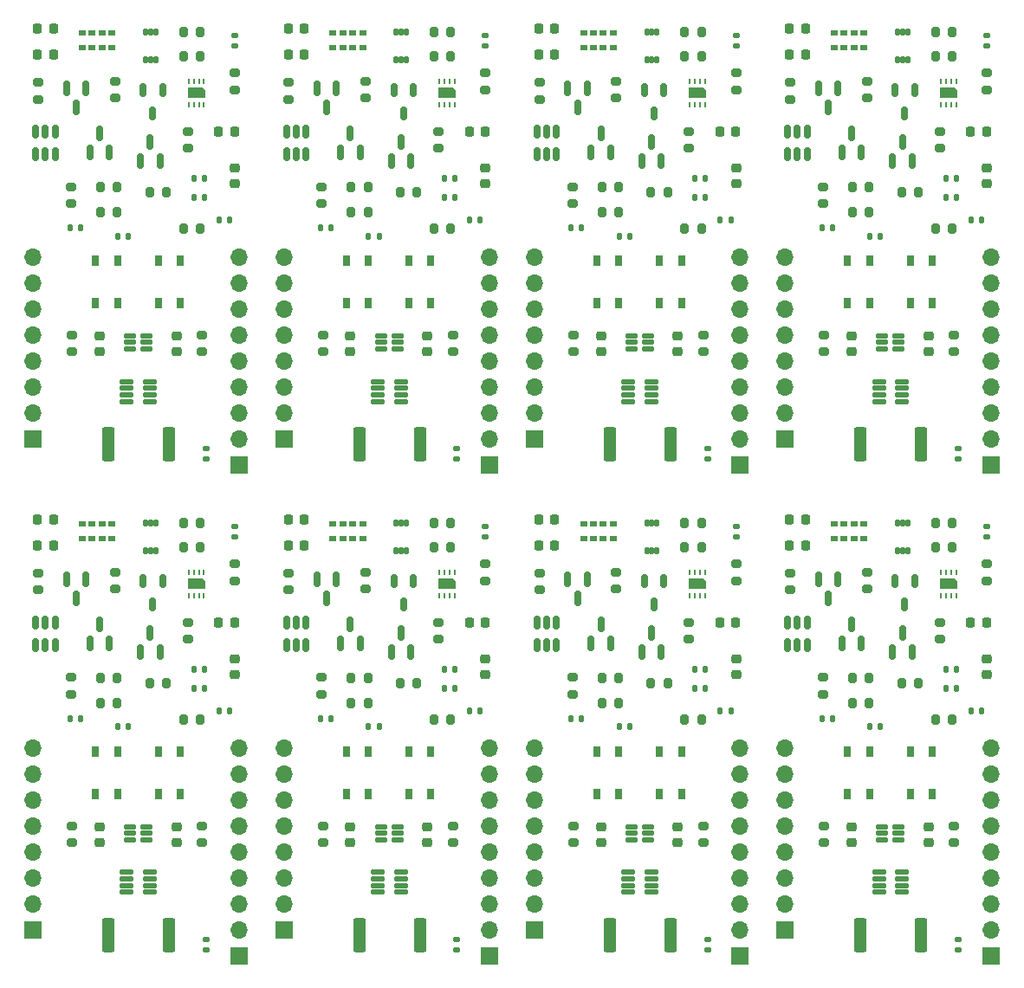
<source format=gts>
G04 #@! TF.GenerationSoftware,KiCad,Pcbnew,7.0.7*
G04 #@! TF.CreationDate,2024-02-29T14:06:03-05:00*
G04 #@! TF.ProjectId,panelized,70616e65-6c69-47a6-9564-2e6b69636164,rev?*
G04 #@! TF.SameCoordinates,Original*
G04 #@! TF.FileFunction,Soldermask,Top*
G04 #@! TF.FilePolarity,Negative*
%FSLAX46Y46*%
G04 Gerber Fmt 4.6, Leading zero omitted, Abs format (unit mm)*
G04 Created by KiCad (PCBNEW 7.0.7) date 2024-02-29 14:06:03*
%MOMM*%
%LPD*%
G01*
G04 APERTURE LIST*
G04 Aperture macros list*
%AMRoundRect*
0 Rectangle with rounded corners*
0 $1 Rounding radius*
0 $2 $3 $4 $5 $6 $7 $8 $9 X,Y pos of 4 corners*
0 Add a 4 corners polygon primitive as box body*
4,1,4,$2,$3,$4,$5,$6,$7,$8,$9,$2,$3,0*
0 Add four circle primitives for the rounded corners*
1,1,$1+$1,$2,$3*
1,1,$1+$1,$4,$5*
1,1,$1+$1,$6,$7*
1,1,$1+$1,$8,$9*
0 Add four rect primitives between the rounded corners*
20,1,$1+$1,$2,$3,$4,$5,0*
20,1,$1+$1,$4,$5,$6,$7,0*
20,1,$1+$1,$6,$7,$8,$9,0*
20,1,$1+$1,$8,$9,$2,$3,0*%
%AMFreePoly0*
4,1,6,0.500000,-0.850000,-0.500000,-0.850000,-0.500000,0.550000,-0.200000,0.850000,0.500000,0.850000,0.500000,-0.850000,0.500000,-0.850000,$1*%
G04 Aperture macros list end*
%ADD10RoundRect,0.200000X0.200000X0.275000X-0.200000X0.275000X-0.200000X-0.275000X0.200000X-0.275000X0*%
%ADD11RoundRect,0.135000X0.135000X0.185000X-0.135000X0.185000X-0.135000X-0.185000X0.135000X-0.185000X0*%
%ADD12R,1.700000X1.700000*%
%ADD13O,1.700000X1.700000*%
%ADD14RoundRect,0.200000X-0.275000X0.200000X-0.275000X-0.200000X0.275000X-0.200000X0.275000X0.200000X0*%
%ADD15RoundRect,0.225000X0.250000X-0.225000X0.250000X0.225000X-0.250000X0.225000X-0.250000X-0.225000X0*%
%ADD16R,0.650000X1.050000*%
%ADD17RoundRect,0.150000X0.150000X-0.512500X0.150000X0.512500X-0.150000X0.512500X-0.150000X-0.512500X0*%
%ADD18RoundRect,0.150000X-0.150000X0.512500X-0.150000X-0.512500X0.150000X-0.512500X0.150000X0.512500X0*%
%ADD19RoundRect,0.135000X-0.185000X0.135000X-0.185000X-0.135000X0.185000X-0.135000X0.185000X0.135000X0*%
%ADD20RoundRect,0.225000X0.225000X0.250000X-0.225000X0.250000X-0.225000X-0.250000X0.225000X-0.250000X0*%
%ADD21RoundRect,0.150000X0.150000X-0.587500X0.150000X0.587500X-0.150000X0.587500X-0.150000X-0.587500X0*%
%ADD22RoundRect,0.102000X0.495000X0.150000X-0.495000X0.150000X-0.495000X-0.150000X0.495000X-0.150000X0*%
%ADD23RoundRect,0.125000X0.537500X0.125000X-0.537500X0.125000X-0.537500X-0.125000X0.537500X-0.125000X0*%
%ADD24R,0.720000X0.600000*%
%ADD25RoundRect,0.200000X0.275000X-0.200000X0.275000X0.200000X-0.275000X0.200000X-0.275000X-0.200000X0*%
%ADD26RoundRect,0.102000X-0.125000X0.275000X-0.125000X-0.275000X0.125000X-0.275000X0.125000X0.275000X0*%
%ADD27RoundRect,0.135000X0.185000X-0.135000X0.185000X0.135000X-0.185000X0.135000X-0.185000X-0.135000X0*%
%ADD28RoundRect,0.150000X-0.150000X0.587500X-0.150000X-0.587500X0.150000X-0.587500X0.150000X0.587500X0*%
%ADD29RoundRect,0.225000X-0.250000X0.225000X-0.250000X-0.225000X0.250000X-0.225000X0.250000X0.225000X0*%
%ADD30RoundRect,0.200000X-0.200000X-0.275000X0.200000X-0.275000X0.200000X0.275000X-0.200000X0.275000X0*%
%ADD31RoundRect,0.250000X0.362500X1.425000X-0.362500X1.425000X-0.362500X-1.425000X0.362500X-1.425000X0*%
%ADD32R,0.250000X0.550000*%
%ADD33FreePoly0,270.000000*%
G04 APERTURE END LIST*
D10*
X118025000Y-24900000D03*
X116375000Y-24900000D03*
D11*
X191910000Y-36900000D03*
X190890000Y-36900000D03*
X169885000Y-88900000D03*
X168865000Y-88900000D03*
D12*
X195300000Y-112880000D03*
D13*
X195300000Y-110340000D03*
X195300000Y-107800000D03*
X195300000Y-105260000D03*
X195300000Y-102720000D03*
X195300000Y-100180000D03*
X195300000Y-97640000D03*
X195300000Y-95100000D03*
X195300000Y-92560000D03*
D14*
X130008250Y-100171500D03*
X130008250Y-101821500D03*
D15*
X157208250Y-101796500D03*
X157208250Y-100246500D03*
D16*
X113925000Y-97075000D03*
X113925000Y-92925000D03*
X116075000Y-97075000D03*
X116075000Y-92925000D03*
X107800000Y-97100000D03*
X107800000Y-92950000D03*
X109950000Y-97100000D03*
X109950000Y-92950000D03*
D14*
X126700000Y-75475000D03*
X126700000Y-77125000D03*
X118208250Y-100171500D03*
X118208250Y-101821500D03*
D17*
X150950000Y-34537500D03*
X151900000Y-34537500D03*
X152850000Y-34537500D03*
X152850000Y-32262500D03*
X151900000Y-32262500D03*
X150950000Y-32262500D03*
D18*
X163350000Y-28262500D03*
X161450000Y-28262500D03*
X162400000Y-30537500D03*
D19*
X192100000Y-63300000D03*
X192100000Y-64320000D03*
D16*
X187425000Y-97075000D03*
X187425000Y-92925000D03*
X189575000Y-97075000D03*
X189575000Y-92925000D03*
D20*
X128175000Y-72800000D03*
X126625000Y-72800000D03*
D15*
X189208250Y-53821500D03*
X189208250Y-52271500D03*
D20*
X128175000Y-22200000D03*
X126625000Y-22200000D03*
D14*
X167208250Y-52171500D03*
X167208250Y-53821500D03*
D11*
X135510000Y-90500000D03*
X134490000Y-90500000D03*
D21*
X136700000Y-35212500D03*
X138600000Y-35212500D03*
X137650000Y-33337500D03*
D11*
X145385000Y-88900000D03*
X144365000Y-88900000D03*
X142910000Y-86700000D03*
X141890000Y-86700000D03*
D10*
X191525000Y-72900000D03*
X189875000Y-72900000D03*
D11*
X179810000Y-41700000D03*
X178790000Y-41700000D03*
D12*
X170800000Y-112880000D03*
D13*
X170800000Y-110340000D03*
X170800000Y-107800000D03*
X170800000Y-105260000D03*
X170800000Y-102720000D03*
X170800000Y-100180000D03*
X170800000Y-97640000D03*
X170800000Y-95100000D03*
X170800000Y-92560000D03*
D22*
X186300000Y-101550000D03*
X186300000Y-100900000D03*
X186300000Y-100250000D03*
X184690000Y-100250000D03*
X184690000Y-100900000D03*
X184690000Y-101550000D03*
D10*
X142525000Y-70600000D03*
X140875000Y-70600000D03*
D21*
X161200000Y-35212500D03*
X163100000Y-35212500D03*
X162150000Y-33337500D03*
D23*
X186637500Y-106675000D03*
X186637500Y-106025000D03*
X186637500Y-105375000D03*
X186637500Y-104725000D03*
X184362500Y-104725000D03*
X184362500Y-105375000D03*
X184362500Y-106025000D03*
X184362500Y-106675000D03*
D24*
X179990000Y-70675000D03*
X180960000Y-70675000D03*
X181930000Y-70675000D03*
X182900000Y-70675000D03*
X182900000Y-72075000D03*
X181930000Y-72075000D03*
X180960000Y-72075000D03*
X179990000Y-72075000D03*
D16*
X138425000Y-49075000D03*
X138425000Y-44925000D03*
X140575000Y-49075000D03*
X140575000Y-44925000D03*
D17*
X126450000Y-34537500D03*
X127400000Y-34537500D03*
X128350000Y-34537500D03*
X128350000Y-32262500D03*
X127400000Y-32262500D03*
X126450000Y-32262500D03*
D14*
X142708250Y-100171500D03*
X142708250Y-101821500D03*
D25*
X165800000Y-81925000D03*
X165800000Y-80275000D03*
D21*
X161200000Y-83212500D03*
X163100000Y-83212500D03*
X162150000Y-81337500D03*
D14*
X130008250Y-52171500D03*
X130008250Y-53821500D03*
D10*
X163725000Y-38200000D03*
X162075000Y-38200000D03*
D25*
X141300000Y-33925000D03*
X141300000Y-32275000D03*
X121400000Y-76225000D03*
X121400000Y-74575000D03*
D26*
X113675000Y-70525000D03*
X113175000Y-70525000D03*
X112675000Y-70525000D03*
X112675000Y-73275000D03*
X113175000Y-73275000D03*
X113675000Y-73275000D03*
D20*
X152675000Y-24800000D03*
X151125000Y-24800000D03*
D11*
X167410000Y-84900000D03*
X166390000Y-84900000D03*
D18*
X187850000Y-76262500D03*
X185950000Y-76262500D03*
X186900000Y-78537500D03*
D14*
X109700000Y-75350000D03*
X109700000Y-77000000D03*
X179008250Y-52171500D03*
X179008250Y-53821500D03*
D20*
X194875000Y-80300000D03*
X193325000Y-80300000D03*
D25*
X178900000Y-39325000D03*
X178900000Y-37675000D03*
D22*
X161800000Y-53550000D03*
X161800000Y-52900000D03*
X161800000Y-52250000D03*
X160190000Y-52250000D03*
X160190000Y-52900000D03*
X160190000Y-53550000D03*
D27*
X194900000Y-23935000D03*
X194900000Y-22915000D03*
D14*
X183200000Y-27350000D03*
X183200000Y-29000000D03*
D19*
X192100000Y-111300000D03*
X192100000Y-112320000D03*
D25*
X105400000Y-87325000D03*
X105400000Y-85675000D03*
D28*
X106850000Y-28062500D03*
X104950000Y-28062500D03*
X105900000Y-29937500D03*
D25*
X178900000Y-87325000D03*
X178900000Y-85675000D03*
D11*
X194385000Y-40900000D03*
X193365000Y-40900000D03*
D23*
X186637500Y-58675000D03*
X186637500Y-58025000D03*
X186637500Y-57375000D03*
X186637500Y-56725000D03*
X184362500Y-56725000D03*
X184362500Y-57375000D03*
X184362500Y-58025000D03*
X184362500Y-58675000D03*
D25*
X154400000Y-39325000D03*
X154400000Y-37675000D03*
D22*
X137300000Y-101550000D03*
X137300000Y-100900000D03*
X137300000Y-100250000D03*
X135690000Y-100250000D03*
X135690000Y-100900000D03*
X135690000Y-101550000D03*
D10*
X134425000Y-40200000D03*
X132775000Y-40200000D03*
D11*
X118410000Y-84900000D03*
X117390000Y-84900000D03*
D15*
X115708250Y-53821500D03*
X115708250Y-52271500D03*
D20*
X170375000Y-32300000D03*
X168825000Y-32300000D03*
D23*
X162137500Y-58675000D03*
X162137500Y-58025000D03*
X162137500Y-57375000D03*
X162137500Y-56725000D03*
X159862500Y-56725000D03*
X159862500Y-57375000D03*
X159862500Y-58025000D03*
X159862500Y-58675000D03*
D20*
X121375000Y-80300000D03*
X119825000Y-80300000D03*
D12*
X150700000Y-110360000D03*
D13*
X150700000Y-107820000D03*
X150700000Y-105280000D03*
X150700000Y-102740000D03*
X150700000Y-100200000D03*
X150700000Y-97660000D03*
X150700000Y-95120000D03*
X150700000Y-92580000D03*
D14*
X175700000Y-27475000D03*
X175700000Y-29125000D03*
D20*
X128175000Y-70200000D03*
X126625000Y-70200000D03*
D10*
X167025000Y-70600000D03*
X165375000Y-70600000D03*
D28*
X155850000Y-28062500D03*
X153950000Y-28062500D03*
X154900000Y-29937500D03*
D16*
X187425000Y-49075000D03*
X187425000Y-44925000D03*
X189575000Y-49075000D03*
X189575000Y-44925000D03*
D10*
X109925000Y-37700000D03*
X108275000Y-37700000D03*
D21*
X180750000Y-34337500D03*
X182650000Y-34337500D03*
X181700000Y-32462500D03*
X131750000Y-82337500D03*
X133650000Y-82337500D03*
X132700000Y-80462500D03*
D20*
X177175000Y-70200000D03*
X175625000Y-70200000D03*
D29*
X194900000Y-35825000D03*
X194900000Y-37375000D03*
D20*
X177175000Y-72800000D03*
X175625000Y-72800000D03*
D12*
X126200000Y-62360000D03*
D13*
X126200000Y-59820000D03*
X126200000Y-57280000D03*
X126200000Y-54740000D03*
X126200000Y-52200000D03*
X126200000Y-49660000D03*
X126200000Y-47120000D03*
X126200000Y-44580000D03*
D30*
X189875000Y-89800000D03*
X191525000Y-89800000D03*
D26*
X138175000Y-22525000D03*
X137675000Y-22525000D03*
X137175000Y-22525000D03*
X137175000Y-25275000D03*
X137675000Y-25275000D03*
X138175000Y-25275000D03*
D20*
X194875000Y-32300000D03*
X193325000Y-32300000D03*
D19*
X167600000Y-111300000D03*
X167600000Y-112320000D03*
D27*
X194900000Y-71935000D03*
X194900000Y-70915000D03*
D31*
X164000000Y-110900000D03*
X158075000Y-110900000D03*
D30*
X140875000Y-41800000D03*
X142525000Y-41800000D03*
D19*
X143100000Y-63300000D03*
X143100000Y-64320000D03*
D15*
X181708250Y-101796500D03*
X181708250Y-100246500D03*
D11*
X160010000Y-42500000D03*
X158990000Y-42500000D03*
D19*
X143100000Y-111300000D03*
X143100000Y-112320000D03*
D12*
X126200000Y-110360000D03*
D13*
X126200000Y-107820000D03*
X126200000Y-105280000D03*
X126200000Y-102740000D03*
X126200000Y-100200000D03*
X126200000Y-97660000D03*
X126200000Y-95120000D03*
X126200000Y-92580000D03*
D25*
X194900000Y-28225000D03*
X194900000Y-26575000D03*
D11*
X118410000Y-38700000D03*
X117390000Y-38700000D03*
D12*
X195300000Y-64880000D03*
D13*
X195300000Y-62340000D03*
X195300000Y-59800000D03*
X195300000Y-57260000D03*
X195300000Y-54720000D03*
X195300000Y-52180000D03*
X195300000Y-49640000D03*
X195300000Y-47100000D03*
X195300000Y-44560000D03*
D23*
X113137500Y-58675000D03*
X113137500Y-58025000D03*
X113137500Y-57375000D03*
X113137500Y-56725000D03*
X110862500Y-56725000D03*
X110862500Y-57375000D03*
X110862500Y-58025000D03*
X110862500Y-58675000D03*
D31*
X115000000Y-110900000D03*
X109075000Y-110900000D03*
D14*
X109700000Y-27350000D03*
X109700000Y-29000000D03*
D30*
X165375000Y-41800000D03*
X167025000Y-41800000D03*
D20*
X121375000Y-32300000D03*
X119825000Y-32300000D03*
D27*
X170400000Y-23935000D03*
X170400000Y-22915000D03*
D11*
X145385000Y-40900000D03*
X144365000Y-40900000D03*
D15*
X164708250Y-53821500D03*
X164708250Y-52271500D03*
D20*
X152675000Y-70200000D03*
X151125000Y-70200000D03*
D11*
X135510000Y-42500000D03*
X134490000Y-42500000D03*
X111010000Y-42500000D03*
X109990000Y-42500000D03*
D20*
X177175000Y-24800000D03*
X175625000Y-24800000D03*
D11*
X120885000Y-88900000D03*
X119865000Y-88900000D03*
D25*
X194900000Y-76225000D03*
X194900000Y-74575000D03*
X141300000Y-81925000D03*
X141300000Y-80275000D03*
D16*
X156800000Y-97100000D03*
X156800000Y-92950000D03*
X158950000Y-97100000D03*
X158950000Y-92950000D03*
D26*
X162675000Y-22525000D03*
X162175000Y-22525000D03*
X161675000Y-22525000D03*
X161675000Y-25275000D03*
X162175000Y-25275000D03*
X162675000Y-25275000D03*
D24*
X130990000Y-70675000D03*
X131960000Y-70675000D03*
X132930000Y-70675000D03*
X133900000Y-70675000D03*
X133900000Y-72075000D03*
X132930000Y-72075000D03*
X131960000Y-72075000D03*
X130990000Y-72075000D03*
D23*
X137637500Y-106675000D03*
X137637500Y-106025000D03*
X137637500Y-105375000D03*
X137637500Y-104725000D03*
X135362500Y-104725000D03*
X135362500Y-105375000D03*
X135362500Y-106025000D03*
X135362500Y-106675000D03*
D21*
X112200000Y-83212500D03*
X114100000Y-83212500D03*
X113150000Y-81337500D03*
D32*
X118400000Y-75350000D03*
X117900000Y-75350000D03*
X117400000Y-75350000D03*
X116900000Y-75350000D03*
X116900000Y-77700000D03*
X117400000Y-77700000D03*
X117900000Y-77700000D03*
X118400000Y-77700000D03*
D33*
X117650000Y-76525000D03*
D11*
X118410000Y-86700000D03*
X117390000Y-86700000D03*
D10*
X134425000Y-85700000D03*
X132775000Y-85700000D03*
D14*
X151200000Y-27475000D03*
X151200000Y-29125000D03*
D11*
X106310000Y-89700000D03*
X105290000Y-89700000D03*
D10*
X158925000Y-85700000D03*
X157275000Y-85700000D03*
D32*
X191900000Y-27350000D03*
X191400000Y-27350000D03*
X190900000Y-27350000D03*
X190400000Y-27350000D03*
X190400000Y-29700000D03*
X190900000Y-29700000D03*
X191400000Y-29700000D03*
X191900000Y-29700000D03*
D33*
X191150000Y-28525000D03*
D25*
X145900000Y-28225000D03*
X145900000Y-26575000D03*
D28*
X131350000Y-28062500D03*
X129450000Y-28062500D03*
X130400000Y-29937500D03*
D26*
X187175000Y-22525000D03*
X186675000Y-22525000D03*
X186175000Y-22525000D03*
X186175000Y-25275000D03*
X186675000Y-25275000D03*
X187175000Y-25275000D03*
D11*
X191910000Y-84900000D03*
X190890000Y-84900000D03*
D29*
X194900000Y-83825000D03*
X194900000Y-85375000D03*
D11*
X155310000Y-41700000D03*
X154290000Y-41700000D03*
D20*
X177175000Y-22200000D03*
X175625000Y-22200000D03*
D12*
X175200000Y-110360000D03*
D13*
X175200000Y-107820000D03*
X175200000Y-105280000D03*
X175200000Y-102740000D03*
X175200000Y-100200000D03*
X175200000Y-97660000D03*
X175200000Y-95120000D03*
X175200000Y-92580000D03*
D19*
X118600000Y-111300000D03*
X118600000Y-112320000D03*
D28*
X155850000Y-76062500D03*
X153950000Y-76062500D03*
X154900000Y-77937500D03*
D21*
X180750000Y-82337500D03*
X182650000Y-82337500D03*
X181700000Y-80462500D03*
D16*
X181300000Y-97100000D03*
X181300000Y-92950000D03*
X183450000Y-97100000D03*
X183450000Y-92950000D03*
D14*
X179008250Y-100171500D03*
X179008250Y-101821500D03*
X105508250Y-100171500D03*
X105508250Y-101821500D03*
D32*
X191900000Y-75350000D03*
X191400000Y-75350000D03*
X190900000Y-75350000D03*
X190400000Y-75350000D03*
X190400000Y-77700000D03*
X190900000Y-77700000D03*
X191400000Y-77700000D03*
X191900000Y-77700000D03*
D33*
X191150000Y-76525000D03*
D10*
X158925000Y-40200000D03*
X157275000Y-40200000D03*
D14*
X154508250Y-100171500D03*
X154508250Y-101821500D03*
D25*
X154400000Y-87325000D03*
X154400000Y-85675000D03*
D12*
X101700000Y-62360000D03*
D13*
X101700000Y-59820000D03*
X101700000Y-57280000D03*
X101700000Y-54740000D03*
X101700000Y-52200000D03*
X101700000Y-49660000D03*
X101700000Y-47120000D03*
X101700000Y-44580000D03*
D20*
X170375000Y-80300000D03*
X168825000Y-80300000D03*
D14*
X102200000Y-75475000D03*
X102200000Y-77125000D03*
D11*
X191910000Y-38700000D03*
X190890000Y-38700000D03*
D24*
X155490000Y-22675000D03*
X156460000Y-22675000D03*
X157430000Y-22675000D03*
X158400000Y-22675000D03*
X158400000Y-24075000D03*
X157430000Y-24075000D03*
X156460000Y-24075000D03*
X155490000Y-24075000D03*
D32*
X118400000Y-27350000D03*
X117900000Y-27350000D03*
X117400000Y-27350000D03*
X116900000Y-27350000D03*
X116900000Y-29700000D03*
X117400000Y-29700000D03*
X117900000Y-29700000D03*
X118400000Y-29700000D03*
D33*
X117650000Y-28525000D03*
D16*
X181300000Y-49100000D03*
X181300000Y-44950000D03*
X183450000Y-49100000D03*
X183450000Y-44950000D03*
D32*
X142900000Y-27350000D03*
X142400000Y-27350000D03*
X141900000Y-27350000D03*
X141400000Y-27350000D03*
X141400000Y-29700000D03*
X141900000Y-29700000D03*
X142400000Y-29700000D03*
X142900000Y-29700000D03*
D33*
X142150000Y-28525000D03*
D16*
X132300000Y-49100000D03*
X132300000Y-44950000D03*
X134450000Y-49100000D03*
X134450000Y-44950000D03*
D14*
X126700000Y-27475000D03*
X126700000Y-29125000D03*
D20*
X103675000Y-24800000D03*
X102125000Y-24800000D03*
D17*
X150950000Y-82537500D03*
X151900000Y-82537500D03*
X152850000Y-82537500D03*
X152850000Y-80262500D03*
X151900000Y-80262500D03*
X150950000Y-80262500D03*
D29*
X121400000Y-83825000D03*
X121400000Y-85375000D03*
D11*
X191910000Y-86700000D03*
X190890000Y-86700000D03*
D14*
X175700000Y-75475000D03*
X175700000Y-77125000D03*
D10*
X183425000Y-88200000D03*
X181775000Y-88200000D03*
D29*
X170400000Y-35825000D03*
X170400000Y-37375000D03*
D17*
X101950000Y-82537500D03*
X102900000Y-82537500D03*
X103850000Y-82537500D03*
X103850000Y-80262500D03*
X102900000Y-80262500D03*
X101950000Y-80262500D03*
D22*
X137300000Y-53550000D03*
X137300000Y-52900000D03*
X137300000Y-52250000D03*
X135690000Y-52250000D03*
X135690000Y-52900000D03*
X135690000Y-53550000D03*
D14*
X151200000Y-75475000D03*
X151200000Y-77125000D03*
D32*
X142900000Y-75350000D03*
X142400000Y-75350000D03*
X141900000Y-75350000D03*
X141400000Y-75350000D03*
X141400000Y-77700000D03*
X141900000Y-77700000D03*
X142400000Y-77700000D03*
X142900000Y-77700000D03*
D33*
X142150000Y-76525000D03*
D11*
X167410000Y-86700000D03*
X166390000Y-86700000D03*
D15*
X140208250Y-53821500D03*
X140208250Y-52271500D03*
D10*
X118025000Y-70600000D03*
X116375000Y-70600000D03*
D24*
X179990000Y-22675000D03*
X180960000Y-22675000D03*
X181930000Y-22675000D03*
X182900000Y-22675000D03*
X182900000Y-24075000D03*
X181930000Y-24075000D03*
X180960000Y-24075000D03*
X179990000Y-24075000D03*
D16*
X156800000Y-49100000D03*
X156800000Y-44950000D03*
X158950000Y-49100000D03*
X158950000Y-44950000D03*
X113925000Y-49075000D03*
X113925000Y-44925000D03*
X116075000Y-49075000D03*
X116075000Y-44925000D03*
D11*
X118410000Y-36900000D03*
X117390000Y-36900000D03*
D25*
X170400000Y-76225000D03*
X170400000Y-74575000D03*
D11*
X184510000Y-42500000D03*
X183490000Y-42500000D03*
D21*
X156250000Y-34337500D03*
X158150000Y-34337500D03*
X157200000Y-32462500D03*
D26*
X138175000Y-70525000D03*
X137675000Y-70525000D03*
X137175000Y-70525000D03*
X137175000Y-73275000D03*
X137675000Y-73275000D03*
X138175000Y-73275000D03*
D14*
X191708250Y-52171500D03*
X191708250Y-53821500D03*
D17*
X175450000Y-82537500D03*
X176400000Y-82537500D03*
X177350000Y-82537500D03*
X177350000Y-80262500D03*
X176400000Y-80262500D03*
X175450000Y-80262500D03*
D32*
X167400000Y-27350000D03*
X166900000Y-27350000D03*
X166400000Y-27350000D03*
X165900000Y-27350000D03*
X165900000Y-29700000D03*
X166400000Y-29700000D03*
X166900000Y-29700000D03*
X167400000Y-29700000D03*
D33*
X166650000Y-28525000D03*
D10*
X118025000Y-22600000D03*
X116375000Y-22600000D03*
D14*
X158700000Y-75350000D03*
X158700000Y-77000000D03*
D23*
X162137500Y-106675000D03*
X162137500Y-106025000D03*
X162137500Y-105375000D03*
X162137500Y-104725000D03*
X159862500Y-104725000D03*
X159862500Y-105375000D03*
X159862500Y-106025000D03*
X159862500Y-106675000D03*
D21*
X107250000Y-34337500D03*
X109150000Y-34337500D03*
X108200000Y-32462500D03*
D31*
X139500000Y-62900000D03*
X133575000Y-62900000D03*
D12*
X121800000Y-112880000D03*
D13*
X121800000Y-110340000D03*
X121800000Y-107800000D03*
X121800000Y-105260000D03*
X121800000Y-102720000D03*
X121800000Y-100180000D03*
X121800000Y-97640000D03*
X121800000Y-95100000D03*
X121800000Y-92560000D03*
D10*
X158925000Y-37700000D03*
X157275000Y-37700000D03*
X183425000Y-37700000D03*
X181775000Y-37700000D03*
D26*
X162675000Y-70525000D03*
X162175000Y-70525000D03*
X161675000Y-70525000D03*
X161675000Y-73275000D03*
X162175000Y-73275000D03*
X162675000Y-73275000D03*
D17*
X101950000Y-34537500D03*
X102900000Y-34537500D03*
X103850000Y-34537500D03*
X103850000Y-32262500D03*
X102900000Y-32262500D03*
X101950000Y-32262500D03*
D30*
X140875000Y-89800000D03*
X142525000Y-89800000D03*
D14*
X167208250Y-100171500D03*
X167208250Y-101821500D03*
D16*
X107800000Y-49100000D03*
X107800000Y-44950000D03*
X109950000Y-49100000D03*
X109950000Y-44950000D03*
D23*
X137637500Y-58675000D03*
X137637500Y-58025000D03*
X137637500Y-57375000D03*
X137637500Y-56725000D03*
X135362500Y-56725000D03*
X135362500Y-57375000D03*
X135362500Y-58025000D03*
X135362500Y-58675000D03*
D10*
X158925000Y-88200000D03*
X157275000Y-88200000D03*
D19*
X167600000Y-63300000D03*
X167600000Y-64320000D03*
D11*
X142910000Y-36900000D03*
X141890000Y-36900000D03*
D28*
X131350000Y-76062500D03*
X129450000Y-76062500D03*
X130400000Y-77937500D03*
X180350000Y-76062500D03*
X178450000Y-76062500D03*
X179400000Y-77937500D03*
D11*
X169885000Y-40900000D03*
X168865000Y-40900000D03*
D25*
X129900000Y-39325000D03*
X129900000Y-37675000D03*
D21*
X185700000Y-35212500D03*
X187600000Y-35212500D03*
X186650000Y-33337500D03*
D14*
X158700000Y-27350000D03*
X158700000Y-29000000D03*
D30*
X116375000Y-41800000D03*
X118025000Y-41800000D03*
D10*
X167025000Y-24900000D03*
X165375000Y-24900000D03*
D27*
X121400000Y-23935000D03*
X121400000Y-22915000D03*
D24*
X106490000Y-22675000D03*
X107460000Y-22675000D03*
X108430000Y-22675000D03*
X109400000Y-22675000D03*
X109400000Y-24075000D03*
X108430000Y-24075000D03*
X107460000Y-24075000D03*
X106490000Y-24075000D03*
D10*
X142525000Y-24900000D03*
X140875000Y-24900000D03*
D11*
X167410000Y-36900000D03*
X166390000Y-36900000D03*
D31*
X115000000Y-62900000D03*
X109075000Y-62900000D03*
D25*
X170400000Y-28225000D03*
X170400000Y-26575000D03*
D12*
X150700000Y-62360000D03*
D13*
X150700000Y-59820000D03*
X150700000Y-57280000D03*
X150700000Y-54740000D03*
X150700000Y-52200000D03*
X150700000Y-49660000D03*
X150700000Y-47120000D03*
X150700000Y-44580000D03*
D28*
X106850000Y-76062500D03*
X104950000Y-76062500D03*
X105900000Y-77937500D03*
D21*
X131750000Y-34337500D03*
X133650000Y-34337500D03*
X132700000Y-32462500D03*
D20*
X152675000Y-72800000D03*
X151125000Y-72800000D03*
D11*
X179810000Y-89700000D03*
X178790000Y-89700000D03*
X130810000Y-41700000D03*
X129790000Y-41700000D03*
D12*
X121800000Y-64880000D03*
D13*
X121800000Y-62340000D03*
X121800000Y-59800000D03*
X121800000Y-57260000D03*
X121800000Y-54720000D03*
X121800000Y-52180000D03*
X121800000Y-49640000D03*
X121800000Y-47100000D03*
X121800000Y-44560000D03*
D10*
X191525000Y-22600000D03*
X189875000Y-22600000D03*
D15*
X108208250Y-101796500D03*
X108208250Y-100246500D03*
D25*
X116800000Y-81925000D03*
X116800000Y-80275000D03*
D22*
X112800000Y-101550000D03*
X112800000Y-100900000D03*
X112800000Y-100250000D03*
X111190000Y-100250000D03*
X111190000Y-100900000D03*
X111190000Y-101550000D03*
D11*
X111010000Y-90500000D03*
X109990000Y-90500000D03*
D10*
X134425000Y-88200000D03*
X132775000Y-88200000D03*
D16*
X162925000Y-97075000D03*
X162925000Y-92925000D03*
X165075000Y-97075000D03*
X165075000Y-92925000D03*
D14*
X105508250Y-52171500D03*
X105508250Y-53821500D03*
D15*
X132708250Y-101796500D03*
X132708250Y-100246500D03*
D12*
X101700000Y-110360000D03*
D13*
X101700000Y-107820000D03*
X101700000Y-105280000D03*
X101700000Y-102740000D03*
X101700000Y-100200000D03*
X101700000Y-97660000D03*
X101700000Y-95120000D03*
X101700000Y-92580000D03*
D31*
X188500000Y-62900000D03*
X182575000Y-62900000D03*
D18*
X187850000Y-28262500D03*
X185950000Y-28262500D03*
X186900000Y-30537500D03*
D11*
X155310000Y-89700000D03*
X154290000Y-89700000D03*
D20*
X103675000Y-70200000D03*
X102125000Y-70200000D03*
D10*
X114725000Y-38200000D03*
X113075000Y-38200000D03*
X183425000Y-85700000D03*
X181775000Y-85700000D03*
D20*
X128175000Y-24800000D03*
X126625000Y-24800000D03*
D16*
X138425000Y-97075000D03*
X138425000Y-92925000D03*
X140575000Y-97075000D03*
X140575000Y-92925000D03*
D15*
X140208250Y-101821500D03*
X140208250Y-100271500D03*
X189208250Y-101821500D03*
X189208250Y-100271500D03*
D18*
X138850000Y-76262500D03*
X136950000Y-76262500D03*
X137900000Y-78537500D03*
D27*
X170400000Y-71935000D03*
X170400000Y-70915000D03*
D17*
X175450000Y-34537500D03*
X176400000Y-34537500D03*
X177350000Y-34537500D03*
X177350000Y-32262500D03*
X176400000Y-32262500D03*
X175450000Y-32262500D03*
D15*
X164708250Y-101821500D03*
X164708250Y-100271500D03*
D14*
X142708250Y-52171500D03*
X142708250Y-53821500D03*
D26*
X187175000Y-70525000D03*
X186675000Y-70525000D03*
X186175000Y-70525000D03*
X186175000Y-73275000D03*
X186675000Y-73275000D03*
X187175000Y-73275000D03*
D11*
X167410000Y-38700000D03*
X166390000Y-38700000D03*
D17*
X126450000Y-82537500D03*
X127400000Y-82537500D03*
X128350000Y-82537500D03*
X128350000Y-80262500D03*
X127400000Y-80262500D03*
X126450000Y-80262500D03*
D22*
X161800000Y-101550000D03*
X161800000Y-100900000D03*
X161800000Y-100250000D03*
X160190000Y-100250000D03*
X160190000Y-100900000D03*
X160190000Y-101550000D03*
D10*
X139225000Y-86200000D03*
X137575000Y-86200000D03*
X167025000Y-72900000D03*
X165375000Y-72900000D03*
X109925000Y-88200000D03*
X108275000Y-88200000D03*
D25*
X165800000Y-33925000D03*
X165800000Y-32275000D03*
D10*
X142525000Y-22600000D03*
X140875000Y-22600000D03*
X134425000Y-37700000D03*
X132775000Y-37700000D03*
D29*
X170400000Y-83825000D03*
X170400000Y-85375000D03*
D25*
X129900000Y-87325000D03*
X129900000Y-85675000D03*
D15*
X157208250Y-53796500D03*
X157208250Y-52246500D03*
D30*
X165375000Y-89800000D03*
X167025000Y-89800000D03*
D21*
X185700000Y-83212500D03*
X187600000Y-83212500D03*
X186650000Y-81337500D03*
D27*
X121400000Y-71935000D03*
X121400000Y-70915000D03*
X145900000Y-23935000D03*
X145900000Y-22915000D03*
D11*
X194385000Y-88900000D03*
X193365000Y-88900000D03*
D25*
X105400000Y-39325000D03*
X105400000Y-37675000D03*
X145900000Y-76225000D03*
X145900000Y-74575000D03*
X121400000Y-28225000D03*
X121400000Y-26575000D03*
D14*
X134200000Y-27350000D03*
X134200000Y-29000000D03*
D24*
X130990000Y-22675000D03*
X131960000Y-22675000D03*
X132930000Y-22675000D03*
X133900000Y-22675000D03*
X133900000Y-24075000D03*
X132930000Y-24075000D03*
X131960000Y-24075000D03*
X130990000Y-24075000D03*
D10*
X163725000Y-86200000D03*
X162075000Y-86200000D03*
D29*
X121400000Y-35825000D03*
X121400000Y-37375000D03*
D11*
X184510000Y-90500000D03*
X183490000Y-90500000D03*
D23*
X113137500Y-106675000D03*
X113137500Y-106025000D03*
X113137500Y-105375000D03*
X113137500Y-104725000D03*
X110862500Y-104725000D03*
X110862500Y-105375000D03*
X110862500Y-106025000D03*
X110862500Y-106675000D03*
D22*
X112800000Y-53550000D03*
X112800000Y-52900000D03*
X112800000Y-52250000D03*
X111190000Y-52250000D03*
X111190000Y-52900000D03*
X111190000Y-53550000D03*
D30*
X116375000Y-89800000D03*
X118025000Y-89800000D03*
D25*
X190300000Y-81925000D03*
X190300000Y-80275000D03*
D21*
X156250000Y-82337500D03*
X158150000Y-82337500D03*
X157200000Y-80462500D03*
D18*
X138850000Y-28262500D03*
X136950000Y-28262500D03*
X137900000Y-30537500D03*
D11*
X142910000Y-38700000D03*
X141890000Y-38700000D03*
D14*
X183200000Y-75350000D03*
X183200000Y-77000000D03*
X154508250Y-52171500D03*
X154508250Y-53821500D03*
D10*
X142525000Y-72900000D03*
X140875000Y-72900000D03*
D18*
X114350000Y-28262500D03*
X112450000Y-28262500D03*
X113400000Y-30537500D03*
D31*
X188500000Y-110900000D03*
X182575000Y-110900000D03*
D18*
X163350000Y-76262500D03*
X161450000Y-76262500D03*
X162400000Y-78537500D03*
D14*
X118208250Y-52171500D03*
X118208250Y-53821500D03*
D16*
X132300000Y-97100000D03*
X132300000Y-92950000D03*
X134450000Y-97100000D03*
X134450000Y-92950000D03*
D10*
X109925000Y-85700000D03*
X108275000Y-85700000D03*
D24*
X106490000Y-70675000D03*
X107460000Y-70675000D03*
X108430000Y-70675000D03*
X109400000Y-70675000D03*
X109400000Y-72075000D03*
X108430000Y-72075000D03*
X107460000Y-72075000D03*
X106490000Y-72075000D03*
D22*
X186300000Y-53550000D03*
X186300000Y-52900000D03*
X186300000Y-52250000D03*
X184690000Y-52250000D03*
X184690000Y-52900000D03*
X184690000Y-53550000D03*
D10*
X139225000Y-38200000D03*
X137575000Y-38200000D03*
D14*
X134200000Y-75350000D03*
X134200000Y-77000000D03*
D10*
X118025000Y-72900000D03*
X116375000Y-72900000D03*
D28*
X180350000Y-28062500D03*
X178450000Y-28062500D03*
X179400000Y-29937500D03*
D29*
X145900000Y-35825000D03*
X145900000Y-37375000D03*
D15*
X108208250Y-53796500D03*
X108208250Y-52246500D03*
D20*
X103675000Y-22200000D03*
X102125000Y-22200000D03*
D32*
X167400000Y-75350000D03*
X166900000Y-75350000D03*
X166400000Y-75350000D03*
X165900000Y-75350000D03*
X165900000Y-77700000D03*
X166400000Y-77700000D03*
X166900000Y-77700000D03*
X167400000Y-77700000D03*
D33*
X166650000Y-76525000D03*
D31*
X139500000Y-110900000D03*
X133575000Y-110900000D03*
D15*
X181708250Y-53796500D03*
X181708250Y-52246500D03*
D10*
X188225000Y-86200000D03*
X186575000Y-86200000D03*
D30*
X189875000Y-41800000D03*
X191525000Y-41800000D03*
D10*
X191525000Y-24900000D03*
X189875000Y-24900000D03*
D20*
X152675000Y-22200000D03*
X151125000Y-22200000D03*
D14*
X191708250Y-100171500D03*
X191708250Y-101821500D03*
D10*
X167025000Y-22600000D03*
X165375000Y-22600000D03*
D19*
X118600000Y-63300000D03*
X118600000Y-64320000D03*
D20*
X145875000Y-32300000D03*
X144325000Y-32300000D03*
D25*
X190300000Y-33925000D03*
X190300000Y-32275000D03*
D21*
X107250000Y-82337500D03*
X109150000Y-82337500D03*
X108200000Y-80462500D03*
X136700000Y-83212500D03*
X138600000Y-83212500D03*
X137650000Y-81337500D03*
D10*
X183425000Y-40200000D03*
X181775000Y-40200000D03*
D15*
X132708250Y-53796500D03*
X132708250Y-52246500D03*
D14*
X102200000Y-27475000D03*
X102200000Y-29125000D03*
D18*
X114350000Y-76262500D03*
X112450000Y-76262500D03*
X113400000Y-78537500D03*
D15*
X115708250Y-101821500D03*
X115708250Y-100271500D03*
D11*
X120885000Y-40900000D03*
X119865000Y-40900000D03*
X130810000Y-89700000D03*
X129790000Y-89700000D03*
D25*
X116800000Y-33925000D03*
X116800000Y-32275000D03*
D24*
X155490000Y-70675000D03*
X156460000Y-70675000D03*
X157430000Y-70675000D03*
X158400000Y-70675000D03*
X158400000Y-72075000D03*
X157430000Y-72075000D03*
X156460000Y-72075000D03*
X155490000Y-72075000D03*
D11*
X160010000Y-90500000D03*
X158990000Y-90500000D03*
D12*
X146300000Y-112880000D03*
D13*
X146300000Y-110340000D03*
X146300000Y-107800000D03*
X146300000Y-105260000D03*
X146300000Y-102720000D03*
X146300000Y-100180000D03*
X146300000Y-97640000D03*
X146300000Y-95100000D03*
X146300000Y-92560000D03*
D11*
X106310000Y-41700000D03*
X105290000Y-41700000D03*
D10*
X191525000Y-70600000D03*
X189875000Y-70600000D03*
D20*
X103675000Y-72800000D03*
X102125000Y-72800000D03*
D11*
X142910000Y-84900000D03*
X141890000Y-84900000D03*
D10*
X188225000Y-38200000D03*
X186575000Y-38200000D03*
D29*
X145900000Y-83825000D03*
X145900000Y-85375000D03*
D12*
X146300000Y-64880000D03*
D13*
X146300000Y-62340000D03*
X146300000Y-59800000D03*
X146300000Y-57260000D03*
X146300000Y-54720000D03*
X146300000Y-52180000D03*
X146300000Y-49640000D03*
X146300000Y-47100000D03*
X146300000Y-44560000D03*
D31*
X164000000Y-62900000D03*
X158075000Y-62900000D03*
D27*
X145900000Y-71935000D03*
X145900000Y-70915000D03*
D12*
X175200000Y-62360000D03*
D13*
X175200000Y-59820000D03*
X175200000Y-57280000D03*
X175200000Y-54740000D03*
X175200000Y-52200000D03*
X175200000Y-49660000D03*
X175200000Y-47120000D03*
X175200000Y-44580000D03*
D20*
X145875000Y-80300000D03*
X144325000Y-80300000D03*
D12*
X170800000Y-64880000D03*
D13*
X170800000Y-62340000D03*
X170800000Y-59800000D03*
X170800000Y-57260000D03*
X170800000Y-54720000D03*
X170800000Y-52180000D03*
X170800000Y-49640000D03*
X170800000Y-47100000D03*
X170800000Y-44560000D03*
D10*
X109925000Y-40200000D03*
X108275000Y-40200000D03*
D26*
X113675000Y-22525000D03*
X113175000Y-22525000D03*
X112675000Y-22525000D03*
X112675000Y-25275000D03*
X113175000Y-25275000D03*
X113675000Y-25275000D03*
D10*
X114725000Y-86200000D03*
X113075000Y-86200000D03*
D21*
X112200000Y-35212500D03*
X114100000Y-35212500D03*
X113150000Y-33337500D03*
D16*
X162925000Y-49075000D03*
X162925000Y-44925000D03*
X165075000Y-49075000D03*
X165075000Y-44925000D03*
M02*

</source>
